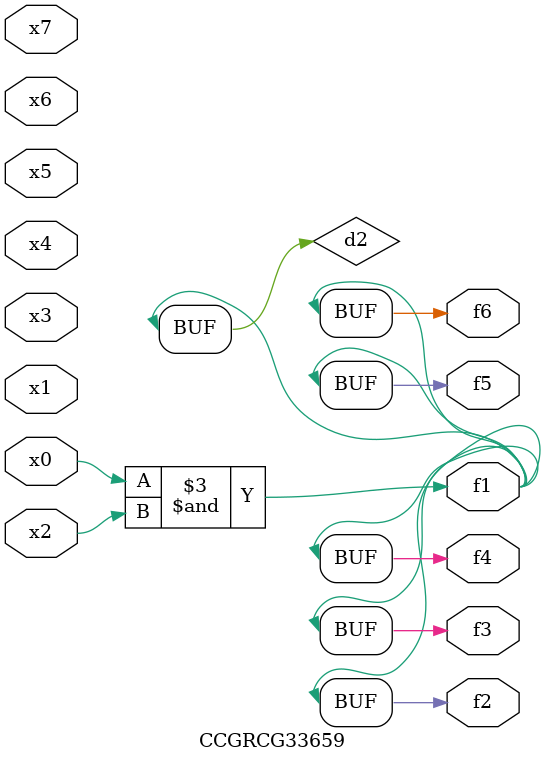
<source format=v>
module CCGRCG33659(
	input x0, x1, x2, x3, x4, x5, x6, x7,
	output f1, f2, f3, f4, f5, f6
);

	wire d1, d2;

	nor (d1, x3, x6);
	and (d2, x0, x2);
	assign f1 = d2;
	assign f2 = d2;
	assign f3 = d2;
	assign f4 = d2;
	assign f5 = d2;
	assign f6 = d2;
endmodule

</source>
